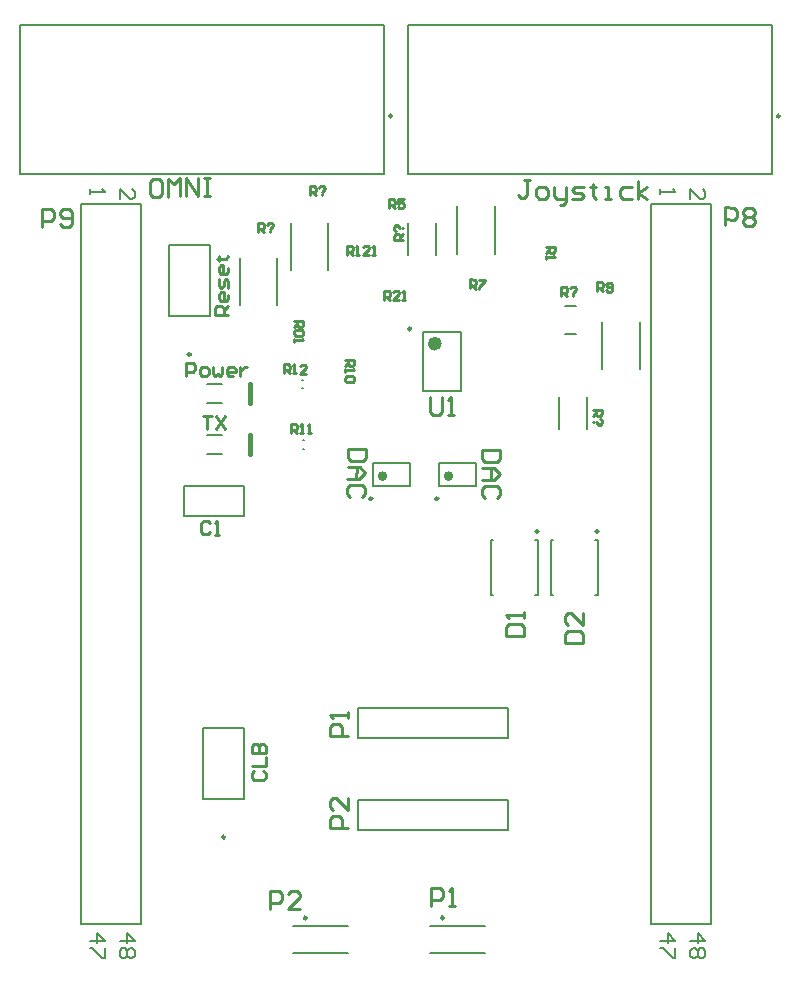
<source format=gto>
G04*
G04 #@! TF.GenerationSoftware,Altium Limited,Altium Designer,19.0.15 (446)*
G04*
G04 Layer_Color=65535*
%FSLAX25Y25*%
%MOIN*%
G70*
G01*
G75*
%ADD10C,0.00984*%
%ADD11C,0.02362*%
%ADD12C,0.01575*%
%ADD13C,0.00787*%
%ADD14C,0.01000*%
%ADD15C,0.00800*%
D10*
X439913Y448910D02*
G03*
X439913Y448910I-492J0D01*
G01*
X310638Y449000D02*
G03*
X310638Y449000I-492J0D01*
G01*
X316965Y378055D02*
G03*
X316965Y378055I-492J0D01*
G01*
X327886Y181665D02*
G03*
X327886Y181665I-492J0D01*
G01*
X282157D02*
G03*
X282157Y181665I-492J0D01*
G01*
X359451Y310467D02*
G03*
X359451Y310467I-492J0D01*
G01*
X379451D02*
G03*
X379451Y310467I-492J0D01*
G01*
X325996Y321429D02*
G03*
X325996Y321429I-492J0D01*
G01*
X243492Y369413D02*
G03*
X243492Y369413I-492J0D01*
G01*
X303996Y321429D02*
G03*
X303996Y321429I-492J0D01*
G01*
X254992Y208622D02*
G03*
X254992Y208622I-492J0D01*
G01*
D11*
X326020Y373114D02*
G03*
X326020Y373114I-1181J0D01*
G01*
D12*
X330228Y328909D02*
G03*
X330228Y328909I-787J0D01*
G01*
X308228D02*
G03*
X308228Y328909I-787J0D01*
G01*
X263205Y336350D02*
Y342650D01*
Y353350D02*
Y359650D01*
D13*
X315957Y429697D02*
Y479303D01*
X437217Y429697D02*
Y479303D01*
X315957D02*
X437217D01*
X315957Y429697D02*
X437217D01*
X186681Y429787D02*
Y479394D01*
X307941Y429787D02*
Y479394D01*
X186681D02*
X307941D01*
X186681Y429787D02*
X307941D01*
X332102Y403126D02*
Y418874D01*
X344898Y403126D02*
Y418874D01*
X380602Y364657D02*
Y380405D01*
X393398Y364657D02*
Y380405D01*
X289201Y397626D02*
Y413374D01*
X276799Y397626D02*
Y413374D01*
X272201Y385815D02*
Y401563D01*
X259799Y385815D02*
Y401563D01*
X325319Y402685D02*
Y413315D01*
X315870Y402685D02*
Y413315D01*
X375665Y344611D02*
Y355241D01*
X366216Y344611D02*
Y355241D01*
X368228Y385724D02*
X371772D01*
X368228Y376276D02*
X371772D01*
X320902Y357366D02*
X333500D01*
X320902Y377051D02*
X333500D01*
Y357366D02*
Y377051D01*
X320902Y357366D02*
Y377051D01*
X349394Y241500D02*
Y251500D01*
X299394Y241500D02*
X349394D01*
X299394Y251500D02*
X349394D01*
X299394Y241500D02*
Y251500D01*
X349394Y211000D02*
Y221000D01*
X299394Y211000D02*
X349394D01*
X299394Y221000D02*
X349394D01*
X299394Y211000D02*
Y221000D01*
X241394Y315500D02*
Y325500D01*
X261394D01*
Y315500D02*
Y325500D01*
X241394Y315500D02*
X261394D01*
X206894Y179500D02*
X226894D01*
X206894Y419500D02*
X226894D01*
Y179500D02*
Y419500D01*
X206894Y179500D02*
Y419500D01*
X397000Y179500D02*
X417000D01*
X397000Y419500D02*
X417000D01*
Y179500D02*
Y419500D01*
X397000Y179500D02*
Y419500D01*
X323201Y169894D02*
X341587D01*
X323201Y179106D02*
X341587D01*
X277472Y169894D02*
X295858D01*
X277472Y179106D02*
X295858D01*
X343520Y289445D02*
X344419D01*
X343520Y307555D02*
X344419D01*
X358368Y289445D02*
X359268D01*
X358368Y307555D02*
X359268D01*
X343520Y289445D02*
Y307555D01*
X359268Y289445D02*
Y307555D01*
X363520Y289445D02*
X364419D01*
X363520Y307555D02*
X364419D01*
X378368Y289445D02*
X379268D01*
X378368Y307555D02*
X379268D01*
X363520Y289445D02*
Y307555D01*
X379268Y289445D02*
Y307555D01*
X338496Y325760D02*
Y333240D01*
X326291Y325760D02*
Y333240D01*
X338496D01*
X326291Y325760D02*
X338496D01*
X236110Y382189D02*
Y405811D01*
Y382189D02*
X249890D01*
X236110Y405811D02*
X249890D01*
Y382189D02*
Y405811D01*
X249020Y336350D02*
X253768D01*
X249020Y342650D02*
X253768D01*
X249020Y353350D02*
X253768D01*
X249020Y359650D02*
X253768D01*
X280803Y340878D02*
X281197D01*
X280803Y338122D02*
X281197D01*
X316496Y325760D02*
Y333240D01*
X304291Y325760D02*
Y333240D01*
X316496D01*
X304291Y325760D02*
X316496D01*
X280697Y361087D02*
X281090D01*
X280697Y358331D02*
X281090D01*
X247610Y221398D02*
Y245020D01*
Y221398D02*
X261390D01*
X247610Y245020D02*
X261390D01*
Y221398D02*
Y245020D01*
D14*
X356529Y427478D02*
X354530Y427488D01*
X355530Y427483D01*
X355504Y422484D01*
X354499Y421490D01*
X353500Y421495D01*
X352505Y422500D01*
X359498Y421464D02*
X361497Y421454D01*
X362502Y422449D01*
X362512Y424448D01*
X361517Y425453D01*
X359518Y425463D01*
X358513Y424468D01*
X358503Y422469D01*
X359498Y421464D01*
X364516Y425437D02*
X364501Y422438D01*
X365496Y421434D01*
X368495Y421418D01*
X368490Y420419D01*
X367485Y419424D01*
X366485Y419429D01*
X368495Y421418D02*
X368515Y425417D01*
X370494Y421408D02*
X373493Y421393D01*
X374498Y422387D01*
X373503Y423392D01*
X371504Y423402D01*
X370509Y424407D01*
X371514Y425402D01*
X374513Y425386D01*
X377517Y426371D02*
X377512Y425371D01*
X376512Y425376D01*
X378512Y425366D01*
X377512Y425371D01*
X377497Y422372D01*
X378491Y421367D01*
X381490Y421352D02*
X383490Y421342D01*
X382490Y421347D01*
X382510Y425346D01*
X381511Y425351D01*
X390508Y425305D02*
X387509Y425320D01*
X386504Y424325D01*
X386494Y422326D01*
X387488Y421321D01*
X390487Y421306D01*
X392487Y421296D02*
X392517Y427294D01*
X392497Y423295D02*
X395506Y425279D01*
X392497Y423295D02*
X395485Y421280D01*
X232878Y428057D02*
X230879Y428017D01*
X229900Y426997D01*
X229980Y422999D01*
X230999Y422020D01*
X232998Y422060D01*
X233978Y423079D01*
X233898Y427077D01*
X232878Y428057D01*
X235997Y422120D02*
X235877Y428117D01*
X237916Y426158D01*
X239875Y428197D01*
X239995Y422200D01*
X241994Y422240D02*
X241874Y428237D01*
X245992Y422320D01*
X245872Y428317D01*
X247871Y428357D02*
X249870Y428397D01*
X248870Y428377D01*
X248990Y422380D01*
X247991Y422360D01*
X249990Y422400D01*
X379000Y390500D02*
X379032Y393499D01*
X380532Y393483D01*
X381026Y392977D01*
X381015Y391978D01*
X380510Y391483D01*
X379011Y391500D01*
X380011Y391489D02*
X380999Y390478D01*
X382004Y390967D02*
X382499Y390462D01*
X383498Y390451D01*
X384003Y390946D01*
X384025Y392945D01*
X383531Y393450D01*
X382531Y393461D01*
X382026Y392967D01*
X382020Y392467D01*
X382515Y391962D01*
X384014Y391945D01*
X336500Y391500D02*
X336603Y394497D01*
X338102Y394446D01*
X338584Y393929D01*
X338550Y392930D01*
X338033Y392447D01*
X336534Y392499D01*
X337533Y392465D02*
X338498Y391431D01*
X339600Y394394D02*
X341599Y394325D01*
X341581Y393826D01*
X339514Y391896D01*
X339497Y391397D01*
X283106Y422500D02*
Y425499D01*
X284606D01*
X285106Y424999D01*
Y424000D01*
X284606Y423500D01*
X283106D01*
X284106D02*
X285106Y422500D01*
X286105Y424999D02*
X286605Y425499D01*
X287605D01*
X288105Y424999D01*
Y424499D01*
X287105Y423500D01*
Y423000D02*
Y422500D01*
X266000Y410189D02*
Y413188D01*
X267499D01*
X267999Y412688D01*
Y411689D01*
X267499Y411189D01*
X266000D01*
X267000D02*
X267999Y410189D01*
X268999Y412688D02*
X269499Y413188D01*
X270498D01*
X270998Y412688D01*
Y412188D01*
X269999Y411189D01*
Y410689D02*
Y410189D01*
X377500Y351000D02*
X380499D01*
Y349500D01*
X379999Y349001D01*
X378999D01*
X378500Y349500D01*
Y351000D01*
Y350000D02*
X377500Y349001D01*
X379999Y348001D02*
X380499Y347501D01*
Y346501D01*
X379999Y346002D01*
X379499D01*
X378500Y347001D01*
X378000D02*
X377500D01*
X314394Y407500D02*
X311395Y407469D01*
X311379Y408968D01*
X311874Y409473D01*
X312874Y409484D01*
X313379Y408989D01*
X313394Y407490D01*
X313384Y408489D02*
X314373Y409499D01*
X311864Y410473D02*
X311359Y410968D01*
X311348Y411967D01*
X311843Y412472D01*
X312343Y412477D01*
X313353Y411488D01*
X313853Y411493D02*
X314352Y411498D01*
X367000Y389000D02*
Y391999D01*
X368499D01*
X368999Y391499D01*
Y390499D01*
X368499Y390000D01*
X367000D01*
X368000D02*
X368999Y389000D01*
X369999Y391499D02*
X370499Y391999D01*
X371498D01*
X371998Y391499D01*
Y390999D01*
X370999Y390000D01*
Y389500D02*
Y389000D01*
X323201Y355415D02*
Y350417D01*
X324201Y349417D01*
X326200D01*
X327200Y350417D01*
Y355415D01*
X329199Y349417D02*
X331198D01*
X330199D01*
Y355415D01*
X329199Y354416D01*
X295500Y402709D02*
X295480Y405708D01*
X296980Y405718D01*
X297483Y405221D01*
X297489Y404221D01*
X296993Y403718D01*
X295493Y403708D01*
X296493Y403715D02*
X297499Y402722D01*
X298499Y402729D02*
X299499Y402735D01*
X298999Y402732D01*
X298979Y405731D01*
X298482Y405228D01*
X302997Y402758D02*
X300998Y402745D01*
X302984Y404758D01*
X302981Y405257D01*
X302478Y405754D01*
X301478Y405747D01*
X300982Y405244D01*
X303997Y402765D02*
X304997Y402772D01*
X304497Y402768D01*
X304477Y405767D01*
X303980Y405264D01*
X278000Y380709D02*
X280999D01*
Y379209D01*
X280499Y378709D01*
X279500D01*
X279000Y379209D01*
Y380709D01*
Y379709D02*
X278000Y378709D01*
X280499Y377710D02*
X280999Y377210D01*
Y376210D01*
X280499Y375710D01*
X278500D01*
X278000Y376210D01*
Y377210D01*
X278500Y377710D01*
X280499D01*
X278000Y374711D02*
Y373711D01*
Y374211D01*
X280999D01*
X280499Y374711D01*
X308000Y387709D02*
Y390708D01*
X309500D01*
X309999Y390208D01*
Y389208D01*
X309500Y388708D01*
X308000D01*
X309000D02*
X309999Y387709D01*
X312998D02*
X310999D01*
X312998Y389708D01*
Y390208D01*
X312498Y390708D01*
X311499D01*
X310999Y390208D01*
X313998Y387709D02*
X314998D01*
X314498D01*
Y390708D01*
X313998Y390208D01*
X296044Y211650D02*
X290046D01*
Y214649D01*
X291045Y215649D01*
X293045D01*
X294044Y214649D01*
Y211650D01*
X296044Y221647D02*
Y217648D01*
X292045Y221647D01*
X291045D01*
X290046Y220647D01*
Y218648D01*
X291045Y217648D01*
X296044Y242150D02*
X290046D01*
Y245149D01*
X291045Y246149D01*
X293045D01*
X294044Y245149D01*
Y242150D01*
X296044Y248148D02*
Y250147D01*
Y249148D01*
X290046D01*
X291045Y248148D01*
X250043Y313213D02*
X249302Y313972D01*
X247802Y313989D01*
X247044Y313248D01*
X247009Y310250D01*
X247750Y309491D01*
X249249Y309474D01*
X250008Y310215D01*
X251498Y309447D02*
X252998Y309430D01*
X252248Y309438D01*
X252301Y313937D01*
X251542Y313196D01*
X421500Y412500D02*
X421610Y418497D01*
X424608Y418442D01*
X425589Y417424D01*
X425553Y415425D01*
X424535Y414444D01*
X421536Y414499D01*
X427588Y417388D02*
X428606Y418369D01*
X430605Y418333D01*
X431586Y417315D01*
X431568Y416315D01*
X430550Y415334D01*
X431532Y414316D01*
X431513Y413317D01*
X430496Y412336D01*
X428497Y412372D01*
X427515Y413390D01*
X427534Y414389D01*
X428551Y415371D01*
X427570Y416388D01*
X427588Y417388D01*
X428551Y415371D02*
X430550Y415334D01*
X301891Y337890D02*
X295894Y338000D01*
X295838Y335001D01*
X296820Y333984D01*
X300818Y333910D01*
X301836Y334891D01*
X301891Y337890D01*
X295783Y332003D02*
X299781Y331929D01*
X301744Y329894D01*
X299708Y327931D01*
X295710Y328005D01*
X298708Y327950D01*
X298782Y331948D01*
X300597Y321916D02*
X301615Y322897D01*
X301652Y324896D01*
X300671Y325914D01*
X296672Y325988D01*
X295655Y325006D01*
X295618Y323007D01*
X296599Y321989D01*
X346498Y337571D02*
X340500D01*
Y334572D01*
X341500Y333572D01*
X345498D01*
X346498Y334572D01*
Y337571D01*
X340500Y331573D02*
X344499D01*
X346498Y329573D01*
X344499Y327574D01*
X340500D01*
X343499D01*
Y331573D01*
X345498Y321576D02*
X346498Y322576D01*
Y324575D01*
X345498Y325575D01*
X341500D01*
X340500Y324575D01*
Y322576D01*
X341500Y321576D01*
X264751Y230708D02*
X264001Y229958D01*
Y228458D01*
X264751Y227709D01*
X267750D01*
X268500Y228458D01*
Y229958D01*
X267750Y230708D01*
X264001Y232207D02*
X268500D01*
Y235206D01*
X264001Y236706D02*
X268500D01*
Y238955D01*
X267750Y239705D01*
X267001D01*
X266251Y238955D01*
Y236706D01*
Y238955D01*
X265501Y239705D01*
X264751D01*
X264001Y238955D01*
Y236706D01*
X256000Y382709D02*
X251501Y382686D01*
X251490Y384935D01*
X252236Y385689D01*
X253736Y385696D01*
X254489Y384950D01*
X254501Y382701D01*
X254493Y384201D02*
X255985Y385708D01*
X255966Y389456D02*
X255974Y387957D01*
X255227Y387203D01*
X253728Y387196D01*
X252975Y387942D01*
X252967Y389441D01*
X253713Y390195D01*
X254463Y390199D01*
X254478Y387200D01*
X255955Y391706D02*
X255943Y393955D01*
X255190Y394701D01*
X254444Y393947D01*
X254451Y392448D01*
X253705Y391694D01*
X252952Y392440D01*
X252940Y394689D01*
X255920Y398453D02*
X255928Y396954D01*
X255182Y396200D01*
X253682Y396193D01*
X252929Y396939D01*
X252921Y398438D01*
X253667Y399192D01*
X254417Y399196D01*
X254432Y396197D01*
X252156Y401433D02*
X252906Y401437D01*
X252910Y400688D01*
X252902Y402187D01*
X252906Y401437D01*
X255155Y401449D01*
X255901Y402202D01*
X295000Y367709D02*
X297999D01*
Y366209D01*
X297499Y365709D01*
X296499D01*
X296000Y366209D01*
Y367709D01*
Y366709D02*
X295000Y365709D01*
Y364710D02*
Y363710D01*
Y364210D01*
X297999D01*
X297499Y364710D01*
Y362210D02*
X297999Y361711D01*
Y360711D01*
X297499Y360211D01*
X295500D01*
X295000Y360711D01*
Y361711D01*
X295500Y362210D01*
X297499D01*
X361894Y405346D02*
X364893D01*
Y403847D01*
X364393Y403347D01*
X363393D01*
X362893Y403847D01*
Y405346D01*
Y404347D02*
X361894Y403347D01*
Y402347D02*
Y401348D01*
Y401848D01*
X364893D01*
X364393Y402347D01*
X277000Y343209D02*
X276977Y346208D01*
X278477Y346219D01*
X278980Y345723D01*
X278988Y344723D01*
X278492Y344220D01*
X276992Y344208D01*
X277992Y344216D02*
X278999Y343224D01*
X279999Y343232D02*
X280999Y343239D01*
X280499Y343235D01*
X280476Y346234D01*
X279980Y345731D01*
X282498Y343250D02*
X283498Y343258D01*
X282998Y343254D01*
X282975Y346253D01*
X282479Y345750D01*
X274500Y363209D02*
X274554Y366207D01*
X276053Y366180D01*
X276544Y365671D01*
X276526Y364672D01*
X276017Y364181D01*
X274518Y364208D01*
X275518Y364190D02*
X276499Y363173D01*
X277499Y363155D02*
X278498Y363137D01*
X277998Y363145D01*
X278052Y366144D01*
X277544Y365653D01*
X281996Y363073D02*
X279997Y363109D01*
X282032Y365072D01*
X282041Y365572D01*
X281551Y366081D01*
X280551Y366099D01*
X280042Y365608D01*
X309500Y418209D02*
Y421208D01*
X310999D01*
X311499Y420708D01*
Y419708D01*
X310999Y419208D01*
X309500D01*
X310500D02*
X311499Y418209D01*
X314498Y421208D02*
X312499D01*
Y419708D01*
X313499Y420208D01*
X313999D01*
X314498Y419708D01*
Y418709D01*
X313999Y418209D01*
X312999D01*
X312499Y418709D01*
X242000Y362209D02*
X241979Y366707D01*
X244229Y366718D01*
X244982Y365971D01*
X244989Y364472D01*
X244242Y363719D01*
X241993Y363708D01*
X247248Y362233D02*
X248748Y362240D01*
X249494Y362993D01*
X249487Y364493D01*
X248734Y365239D01*
X247234Y365232D01*
X246488Y364479D01*
X246495Y362979D01*
X247248Y362233D01*
X250983Y365249D02*
X250993Y363000D01*
X251747Y362254D01*
X252493Y363007D01*
X253246Y362261D01*
X253993Y363014D01*
X253982Y365263D01*
X257745Y362281D02*
X256245Y362274D01*
X255492Y363021D01*
X255485Y364520D01*
X256231Y365273D01*
X257731Y365280D01*
X258484Y364534D01*
X258488Y363784D01*
X255489Y363770D01*
X259980Y365291D02*
X259994Y362292D01*
X259987Y363791D01*
X260733Y364544D01*
X261480Y365298D01*
X262229Y365301D01*
X247535Y348998D02*
X250535D01*
X249035D01*
Y344500D01*
X252034Y348998D02*
X255033Y344500D01*
Y348998D02*
X252034Y344500D01*
X323744Y185650D02*
Y191648D01*
X326743D01*
X327742Y190648D01*
Y188649D01*
X326743Y187649D01*
X323744D01*
X329742Y185650D02*
X331741D01*
X330741D01*
Y191648D01*
X329742Y190648D01*
X193894Y412000D02*
X193953Y417998D01*
X196952Y417968D01*
X197942Y416958D01*
X197922Y414959D01*
X196913Y413969D01*
X193914Y413999D01*
X199901Y412940D02*
X200891Y411930D01*
X202890Y411910D01*
X203900Y412900D01*
X203940Y416899D01*
X202950Y417908D01*
X200951Y417928D01*
X199941Y416938D01*
X199931Y415939D01*
X200921Y414929D01*
X203920Y414899D01*
X269894Y184500D02*
Y190498D01*
X272893D01*
X273892Y189498D01*
Y187499D01*
X272893Y186499D01*
X269894D01*
X279890Y184500D02*
X275892D01*
X279890Y188499D01*
Y189498D01*
X278891Y190498D01*
X276891D01*
X275892Y189498D01*
X368396Y273201D02*
X374394D01*
Y276200D01*
X373394Y277200D01*
X369395D01*
X368396Y276200D01*
Y273201D01*
X374394Y283198D02*
Y279199D01*
X370395Y283198D01*
X369395D01*
X368396Y282198D01*
Y280199D01*
X369395Y279199D01*
X348754Y275500D02*
X354752D01*
Y278499D01*
X353752Y279499D01*
X349754D01*
X348754Y278499D01*
Y275500D01*
X354752Y281498D02*
Y283497D01*
Y282498D01*
X348754D01*
X349754Y281498D01*
D15*
X209894Y174001D02*
X214892D01*
X212393Y176500D01*
Y173168D01*
X214892Y171502D02*
Y168169D01*
X214059D01*
X210727Y171502D01*
X209894D01*
X219894Y174001D02*
X224892D01*
X222393Y176500D01*
Y173168D01*
X224059Y171502D02*
X224892Y170669D01*
Y169002D01*
X224059Y168169D01*
X223226D01*
X222393Y169002D01*
X221560Y168169D01*
X220727D01*
X219894Y169002D01*
Y170669D01*
X220727Y171502D01*
X221560D01*
X222393Y170669D01*
X223226Y171502D01*
X224059D01*
X222393Y170669D02*
Y169002D01*
X209894Y424500D02*
Y422834D01*
Y423667D01*
X214892D01*
X214059Y424500D01*
X219894Y421168D02*
Y424500D01*
X223226Y421168D01*
X224059D01*
X224892Y422001D01*
Y423667D01*
X224059Y424500D01*
X400000Y174001D02*
X404998D01*
X402499Y176500D01*
Y173168D01*
X404998Y171502D02*
Y168169D01*
X404165D01*
X400833Y171502D01*
X400000D01*
X410000Y174001D02*
X414998D01*
X412499Y176500D01*
Y173168D01*
X414165Y171502D02*
X414998Y170669D01*
Y169002D01*
X414165Y168169D01*
X413332D01*
X412499Y169002D01*
X411666Y168169D01*
X410833D01*
X410000Y169002D01*
Y170669D01*
X410833Y171502D01*
X411666D01*
X412499Y170669D01*
X413332Y171502D01*
X414165D01*
X412499Y170669D02*
Y169002D01*
X400000Y424500D02*
Y422834D01*
Y423667D01*
X404998D01*
X404165Y424500D01*
X410000Y421168D02*
Y424500D01*
X413332Y421168D01*
X414165D01*
X414998Y422001D01*
Y423667D01*
X414165Y424500D01*
M02*

</source>
